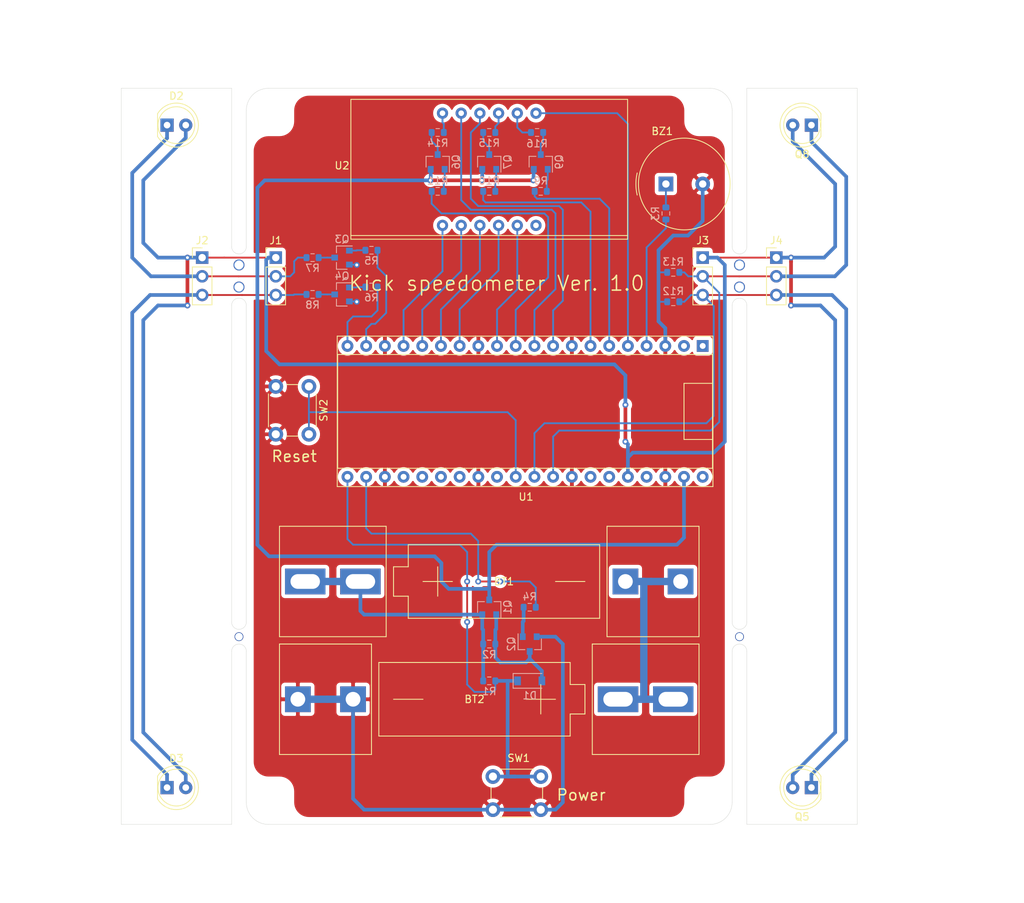
<source format=kicad_pcb>
(kicad_pcb (version 20171130) (host pcbnew "(5.1.10)-1")
  (layers (0 F.Cu signal) (31 B.Cu signal) (34 B.Paste user) (35 F.Paste user) (36 B.SilkS user) (37 F.SilkS user) (38 B.Mask user) (39 F.Mask user) (44 Edge.Cuts user))
  (net 0 "")
  (net 1 "Net-(BT1-Pad2)")
  (net 2 "Net-(BT1-Pad1)")
  (net 3 GND)
  (net 4 "Net-(BZ1-Pad1)")
  (net 5 PON_SW)
  (net 6 "Net-(D1-Pad2)")
  (net 7 +3V3)
  (net 8 "Net-(D2-Pad1)")
  (net 9 "Net-(D3-Pad1)")
  (net 10 /PT1)
  (net 11 /PT0)
  (net 12 +BATT)
  (net 13 "Net-(Q2-Pad1)")
  (net 14 "Net-(Q3-Pad3)")
  (net 15 "Net-(Q3-Pad1)")
  (net 16 "Net-(Q4-Pad1)")
  (net 17 "Net-(Q4-Pad3)")
  (net 18 "Net-(Q6-Pad3)")
  (net 19 "Net-(Q6-Pad1)")
  (net 20 "Net-(Q7-Pad1)")
  (net 21 "Net-(Q7-Pad3)")
  (net 22 "Net-(Q9-Pad1)")
  (net 23 "Net-(Q9-Pad3)")
  (net 24 "Net-(R3-Pad2)")
  (net 25 PON_SIG)
  (net 26 /LED0)
  (net 27 /LED1)
  (net 28 /DISP_ca1)
  (net 29 /DISP_ca2)
  (net 30 /DISP_ca3)
  (net 31 "Net-(SW2-Pad1)")
  (net 32 "Net-(U1-Pad40)")
  (net 33 "Net-(U1-Pad37)")
  (net 34 /DISP_dp)
  (net 35 "Net-(U1-Pad35)")
  (net 36 /DISP_g)
  (net 37 "Net-(U1-Pad34)")
  (net 38 /DISP_f)
  (net 39 /DISP_e)
  (net 40 /DISP_d)
  (net 41 /DISP_c)
  (net 42 /DISP_b)
  (net 43 /DISP_a)
  (net 44 "Net-(U1-Pad26)")
  (net 45 "Net-(U1-Pad25)")
  (net 46 "Net-(U1-Pad2)")
  (net 47 "Net-(U1-Pad1)")
  (net 48 "Net-(U1-Pad29)")
  (net 49 "Net-(U1-Pad27)")
  (net 50 "Net-(U1-Pad24)")
  (net 51 "Net-(R14-Pad2)")
  (net 52 "Net-(R15-Pad2)")
  (net 53 "Net-(R16-Pad2)")
  (module speedometer:OSL30561-IRA (layer F.Cu) (at 50 11)
    (fp_text reference U2 (at -20 -0.5) (layer F.SilkS))
    (fp_text value OSL30561-IRA)
    (pad 1 thru_hole circle (at -6.35 7.62) (size 1.524 1.524) (drill 0.762) (layers *.Cu *.Mask) (net 39 /DISP_e))
    (pad 2 thru_hole circle (at -3.81 7.62) (size 1.524 1.524) (drill 0.762) (layers *.Cu *.Mask) (net 40 /DISP_d))
    (pad 3 thru_hole circle (at -1.27 7.62) (size 1.524 1.524) (drill 0.762) (layers *.Cu *.Mask) (net 34 /DISP_dp))
    (pad 4 thru_hole circle (at 1.27 7.62) (size 1.524 1.524) (drill 0.762) (layers *.Cu *.Mask) (net 41 /DISP_c))
    (pad 5 thru_hole circle (at 3.81 7.62) (size 1.524 1.524) (drill 0.762) (layers *.Cu *.Mask) (net 36 /DISP_g))
    (pad 6 thru_hole circle (at 6.35 7.62) (size 1.524 1.524) (drill 0.762) (layers *.Cu *.Mask))
    (pad 7 thru_hole circle (at 6.35 -7.62) (size 1.524 1.524) (drill 0.762) (layers *.Cu *.Mask) (net 42 /DISP_b))
    (pad 8 thru_hole circle (at 3.81 -7.62) (size 1.524 1.524) (drill 0.762) (layers *.Cu *.Mask) (net 53 "Net-(R16-Pad2)"))
    (pad 9 thru_hole circle (at 1.27 -7.62) (size 1.524 1.524) (drill 0.762) (layers *.Cu *.Mask) (net 52 "Net-(R15-Pad2)"))
    (pad 10 thru_hole circle (at -1.27 -7.62) (size 1.524 1.524) (drill 0.762) (layers *.Cu *.Mask) (net 38 /DISP_f))
    (pad 11 thru_hole circle (at -3.81 -7.62) (size 1.524 1.524) (drill 0.762) (layers *.Cu *.Mask) (net 43 /DISP_a))
    (pad 12 thru_hole circle (at -6.35 -7.62) (size 1.524 1.524) (drill 0.762) (layers *.Cu *.Mask) (net 51 "Net-(R14-Pad2)"))
  )
  (module Resistor_SMD:R_0603_1608Metric (layer B.Cu) (at 75 25 180)
    (fp_text reference R13 (at 0 1.43) (layer B.SilkS) (effects (justify mirror)))
    (fp_text value 750k)
    (pad 2 smd roundrect (at 0.825 0 180) (size 0.8 0.95) (layers B.Cu B.Paste B.Mask) (net 3 GND))
    (pad 1 smd roundrect (at -0.825 0 180) (size 0.8 0.95) (layers B.Cu B.Paste B.Mask) (net 11 /PT0))
  )
  (module Package_TO_SOT_SMD:SOT-23 (layer B.Cu) (at 50 70.5 90)
    (fp_text reference Q1 (at 0 2.5 270) (layer B.SilkS) (effects (justify mirror)))
    (fp_text value SSM3J332R)
    (pad 3 smd rect (at 1 0 90) (size 0.9 0.8) (layers B.Cu B.Paste B.Mask) (net 12 +BATT))
    (pad 2 smd rect (at -1 -0.95 90) (size 0.9 0.8) (layers B.Cu B.Paste B.Mask) (net 2 "Net-(BT1-Pad1)"))
    (pad 1 smd rect (at -1 0.95 90) (size 0.9 0.8) (layers B.Cu B.Paste B.Mask) (net 6 "Net-(D1-Pad2)"))
  )
  (module Resistor_SMD:R_0603_1608Metric (layer B.Cu) (at 50 75.5)
    (fp_text reference R2 (at 0 1.43) (layer B.SilkS) (effects (justify mirror)))
    (fp_text value 10k)
    (pad 1 smd roundrect (at -0.825 0) (size 0.8 0.95) (layers B.Cu B.Paste B.Mask) (net 2 "Net-(BT1-Pad1)"))
    (pad 2 smd roundrect (at 0.825 0) (size 0.8 0.95) (layers B.Cu B.Paste B.Mask) (net 6 "Net-(D1-Pad2)"))
  )
  (module Resistor_SMD:R_0603_1608Metric (layer B.Cu) (at 55.5 70.5 180)
    (fp_text reference R4 (at 0 1.43) (layer B.SilkS) (effects (justify mirror)))
    (fp_text value 10k)
    (pad 2 smd roundrect (at 0.825 0 180) (size 0.8 0.95) (layers B.Cu B.Paste B.Mask) (net 13 "Net-(Q2-Pad1)"))
    (pad 1 smd roundrect (at -0.825 0 180) (size 0.8 0.95) (layers B.Cu B.Paste B.Mask) (net 25 PON_SIG))
  )
  (module Package_TO_SOT_SMD:SOT-23 (layer B.Cu) (at 55.5 75.5 270)
    (fp_text reference Q2 (at 0 2.5 270) (layer B.SilkS) (effects (justify mirror)))
    (fp_text value MMBT3904)
    (pad 1 smd rect (at -1 0.95 270) (size 0.9 0.8) (layers B.Cu B.Paste B.Mask) (net 13 "Net-(Q2-Pad1)"))
    (pad 2 smd rect (at -1 -0.95 270) (size 0.9 0.8) (layers B.Cu B.Paste B.Mask) (net 3 GND))
    (pad 3 smd rect (at 1 0 270) (size 0.9 0.8) (layers B.Cu B.Paste B.Mask) (net 6 "Net-(D1-Pad2)"))
  )
  (module Resistor_SMD:R_0603_1608Metric (layer B.Cu) (at 50 80.5)
    (fp_text reference R1 (at 0 1.43) (layer B.SilkS) (effects (justify mirror)))
    (fp_text value 10k)
    (pad 1 smd roundrect (at -0.825 0) (size 0.8 0.95) (layers B.Cu B.Paste B.Mask) (net 2 "Net-(BT1-Pad1)"))
    (pad 2 smd roundrect (at 0.825 0) (size 0.8 0.95) (layers B.Cu B.Paste B.Mask) (net 5 PON_SW))
  )
  (module Diode_SMD:D_SOD-123 (layer B.Cu) (at 55.5 80.5)
    (fp_text reference D1 (at 0 2) (layer B.SilkS) (effects (justify mirror)))
    (fp_text value D_Small)
    (pad 1 smd rect (at -1.65 0) (size 0.9 1.2) (layers B.Cu B.Paste B.Mask) (net 5 PON_SW))
    (pad 2 smd rect (at 1.65 0) (size 0.9 1.2) (layers B.Cu B.Paste B.Mask) (net 6 "Net-(D1-Pad2)"))
  )
  (module speedometer:AA-Battery (layer F.Cu) (at 51 67)
    (fp_text reference BT1 (at 1 0) (layer F.SilkS))
    (fp_text value Battery_Cell)
    (pad 2 thru_hole rect (at 17.5 0) (size 3.5 3.5) (drill 2) (layers *.Cu *.Mask) (net 1 "Net-(BT1-Pad2)"))
    (pad 1 thru_hole rect (at -26 0) (size 5.5 3.5) (drill oval 4 2) (layers *.Cu *.Mask) (net 2 "Net-(BT1-Pad1)"))
    (pad 2 thru_hole rect (at 25 0) (size 3.5 3.5) (drill 2) (layers *.Cu *.Mask) (net 1 "Net-(BT1-Pad2)"))
    (pad 1 thru_hole rect (at -18.5 0) (size 5.5 3.5) (drill oval 4 2) (layers *.Cu *.Mask) (net 2 "Net-(BT1-Pad1)"))
  )
  (module speedometer:AA-Battery (layer F.Cu) (at 49 83 180)
    (fp_text reference BT2 (at 1 0) (layer F.SilkS))
    (fp_text value Battery_Cell)
    (pad 1 thru_hole rect (at -18.5 0 180) (size 5.5 3.5) (drill oval 4 2) (layers *.Cu *.Mask) (net 1 "Net-(BT1-Pad2)"))
    (pad 2 thru_hole rect (at 25 0 180) (size 3.5 3.5) (drill 2) (layers *.Cu *.Mask) (net 3 GND))
    (pad 1 thru_hole rect (at -26 0 180) (size 5.5 3.5) (drill oval 4 2) (layers *.Cu *.Mask) (net 1 "Net-(BT1-Pad2)"))
    (pad 2 thru_hole rect (at 17.5 0 180) (size 3.5 3.5) (drill 2) (layers *.Cu *.Mask) (net 3 GND))
  )
  (module Buzzer_Beeper:Buzzer_TDK_PS1240P02BT_D12.2mm_H6.5mm (layer F.Cu) (at 74 13)
    (fp_text reference BZ1 (at -0.5 -7.17) (layer F.SilkS))
    (fp_text value Buzzer)
    (pad 1 thru_hole rect (at 0 0) (size 2 2) (drill 1) (layers *.Cu *.Mask) (net 4 "Net-(BZ1-Pad1)"))
    (pad 2 thru_hole circle (at 5 0) (size 2 2) (drill 1) (layers *.Cu *.Mask) (net 3 GND))
  )
  (module LED_THT:LED_D5.0mm_IRGrey (layer F.Cu) (at 6.23 5)
    (fp_text reference D2 (at 1.27 -3.96) (layer F.SilkS))
    (fp_text value LED)
    (pad 2 thru_hole circle (at 2.54 0) (size 1.8 1.8) (drill 0.9) (layers *.Cu *.Mask) (net 7 +3V3))
    (pad 1 thru_hole rect (at 0 0) (size 1.8 1.8) (drill 0.9) (layers *.Cu *.Mask) (net 8 "Net-(D2-Pad1)"))
  )
  (module LED_THT:LED_D5.0mm_IRGrey (layer F.Cu) (at 6.23 95)
    (fp_text reference D3 (at 1.27 -3.96) (layer F.SilkS))
    (fp_text value LED)
    (pad 1 thru_hole rect (at 0 0) (size 1.8 1.8) (drill 0.9) (layers *.Cu *.Mask) (net 9 "Net-(D3-Pad1)"))
    (pad 2 thru_hole circle (at 2.54 0) (size 1.8 1.8) (drill 0.9) (layers *.Cu *.Mask) (net 7 +3V3))
  )
  (module Connector_PinHeader_2.54mm:PinHeader_1x03_P2.54mm_Vertical (layer F.Cu) (at 21 23)
    (fp_text reference J1 (at 0 -2.33) (layer F.SilkS))
    (fp_text value Conn_01x03)
    (pad 1 thru_hole rect (at 0 0) (size 1.7 1.7) (drill 1) (layers *.Cu *.Mask) (net 7 +3V3))
    (pad 2 thru_hole oval (at 0 2.54) (size 1.7 1.7) (drill 1) (layers *.Cu *.Mask) (net 8 "Net-(D2-Pad1)"))
    (pad 3 thru_hole oval (at 0 5.08) (size 1.7 1.7) (drill 1) (layers *.Cu *.Mask) (net 9 "Net-(D3-Pad1)"))
  )
  (module Connector_PinHeader_2.54mm:PinHeader_1x03_P2.54mm_Vertical (layer F.Cu) (at 11 23)
    (fp_text reference J2 (at 0 -2.33) (layer F.SilkS))
    (fp_text value Conn_01x03)
    (pad 3 thru_hole oval (at 0 5.08) (size 1.7 1.7) (drill 1) (layers *.Cu *.Mask) (net 9 "Net-(D3-Pad1)"))
    (pad 2 thru_hole oval (at 0 2.54) (size 1.7 1.7) (drill 1) (layers *.Cu *.Mask) (net 8 "Net-(D2-Pad1)"))
    (pad 1 thru_hole rect (at 0 0) (size 1.7 1.7) (drill 1) (layers *.Cu *.Mask) (net 7 +3V3))
  )
  (module Connector_PinHeader_2.54mm:PinHeader_1x03_P2.54mm_Vertical (layer F.Cu) (at 79 23)
    (fp_text reference J3 (at 0 -2.33) (layer F.SilkS))
    (fp_text value Conn_01x03)
    (pad 3 thru_hole oval (at 0 5.08) (size 1.7 1.7) (drill 1) (layers *.Cu *.Mask) (net 10 /PT1))
    (pad 2 thru_hole oval (at 0 2.54) (size 1.7 1.7) (drill 1) (layers *.Cu *.Mask) (net 11 /PT0))
    (pad 1 thru_hole rect (at 0 0) (size 1.7 1.7) (drill 1) (layers *.Cu *.Mask) (net 7 +3V3))
  )
  (module Connector_PinHeader_2.54mm:PinHeader_1x03_P2.54mm_Vertical (layer F.Cu) (at 89 23)
    (fp_text reference J4 (at 0 -2.33) (layer F.SilkS))
    (fp_text value Conn_01x03)
    (pad 1 thru_hole rect (at 0 0) (size 1.7 1.7) (drill 1) (layers *.Cu *.Mask) (net 7 +3V3))
    (pad 2 thru_hole oval (at 0 2.54) (size 1.7 1.7) (drill 1) (layers *.Cu *.Mask) (net 11 /PT0))
    (pad 3 thru_hole oval (at 0 5.08) (size 1.7 1.7) (drill 1) (layers *.Cu *.Mask) (net 10 /PT1))
  )
  (module Package_TO_SOT_SMD:SOT-23 (layer B.Cu) (at 30 23 180)
    (fp_text reference Q3 (at 0 2.5) (layer B.SilkS) (effects (justify mirror)))
    (fp_text value MMBT3904)
    (pad 3 smd rect (at 1 0 180) (size 0.9 0.8) (layers B.Cu B.Paste B.Mask) (net 14 "Net-(Q3-Pad3)"))
    (pad 2 smd rect (at -1 -0.95 180) (size 0.9 0.8) (layers B.Cu B.Paste B.Mask) (net 3 GND))
    (pad 1 smd rect (at -1 0.95 180) (size 0.9 0.8) (layers B.Cu B.Paste B.Mask) (net 15 "Net-(Q3-Pad1)"))
  )
  (module Package_TO_SOT_SMD:SOT-23 (layer B.Cu) (at 30 28 180)
    (fp_text reference Q4 (at 0 2.5) (layer B.SilkS) (effects (justify mirror)))
    (fp_text value MMBT3904)
    (pad 1 smd rect (at -1 0.95 180) (size 0.9 0.8) (layers B.Cu B.Paste B.Mask) (net 16 "Net-(Q4-Pad1)"))
    (pad 2 smd rect (at -1 -0.95 180) (size 0.9 0.8) (layers B.Cu B.Paste B.Mask) (net 3 GND))
    (pad 3 smd rect (at 1 0 180) (size 0.9 0.8) (layers B.Cu B.Paste B.Mask) (net 17 "Net-(Q4-Pad3)"))
  )
  (module LED_THT:LED_D5.0mm_IRBlack (layer F.Cu) (at 93.77 95 180)
    (fp_text reference Q5 (at 1.27 -3.96) (layer F.SilkS))
    (fp_text value L-51ROPT1D1)
    (pad 2 thru_hole circle (at 2.54 0 180) (size 1.8 1.8) (drill 0.9) (layers *.Cu *.Mask) (net 7 +3V3))
    (pad 1 thru_hole rect (at 0 0 180) (size 1.8 1.8) (drill 0.9) (layers *.Cu *.Mask) (net 10 /PT1))
  )
  (module Package_TO_SOT_SMD:SOT-23 (layer B.Cu) (at 43 10 90)
    (fp_text reference Q6 (at 0 2.5 90) (layer B.SilkS) (effects (justify mirror)))
    (fp_text value TMBT3906)
    (pad 3 smd rect (at 1 0 90) (size 0.9 0.8) (layers B.Cu B.Paste B.Mask) (net 18 "Net-(Q6-Pad3)"))
    (pad 2 smd rect (at -1 -0.95 90) (size 0.9 0.8) (layers B.Cu B.Paste B.Mask) (net 12 +BATT))
    (pad 1 smd rect (at -1 0.95 90) (size 0.9 0.8) (layers B.Cu B.Paste B.Mask) (net 19 "Net-(Q6-Pad1)"))
  )
  (module Package_TO_SOT_SMD:SOT-23 (layer B.Cu) (at 50 10 90)
    (fp_text reference Q7 (at 0 2.5 90) (layer B.SilkS) (effects (justify mirror)))
    (fp_text value TMBT3906)
    (pad 1 smd rect (at -1 0.95 90) (size 0.9 0.8) (layers B.Cu B.Paste B.Mask) (net 20 "Net-(Q7-Pad1)"))
    (pad 2 smd rect (at -1 -0.95 90) (size 0.9 0.8) (layers B.Cu B.Paste B.Mask) (net 12 +BATT))
    (pad 3 smd rect (at 1 0 90) (size 0.9 0.8) (layers B.Cu B.Paste B.Mask) (net 21 "Net-(Q7-Pad3)"))
  )
  (module LED_THT:LED_D5.0mm_IRBlack (layer F.Cu) (at 93.77 5 180)
    (fp_text reference Q8 (at 1.27 -3.96) (layer F.SilkS))
    (fp_text value L-51ROPT1D1)
    (pad 1 thru_hole rect (at 0 0 180) (size 1.8 1.8) (drill 0.9) (layers *.Cu *.Mask) (net 11 /PT0))
    (pad 2 thru_hole circle (at 2.54 0 180) (size 1.8 1.8) (drill 0.9) (layers *.Cu *.Mask) (net 7 +3V3))
  )
  (module Package_TO_SOT_SMD:SOT-23 (layer B.Cu) (at 57 10 90)
    (fp_text reference Q9 (at 0 2.5 90) (layer B.SilkS) (effects (justify mirror)))
    (fp_text value TMBT3906)
    (pad 1 smd rect (at -1 0.95 90) (size 0.9 0.8) (layers B.Cu B.Paste B.Mask) (net 22 "Net-(Q9-Pad1)"))
    (pad 2 smd rect (at -1 -0.95 90) (size 0.9 0.8) (layers B.Cu B.Paste B.Mask) (net 12 +BATT))
    (pad 3 smd rect (at 1 0 90) (size 0.9 0.8) (layers B.Cu B.Paste B.Mask) (net 23 "Net-(Q9-Pad3)"))
  )
  (module Resistor_SMD:R_0603_1608Metric (layer B.Cu) (at 74 17 270)
    (fp_text reference R3 (at 0 1.43 90) (layer B.SilkS) (effects (justify mirror)))
    (fp_text value 470R)
    (pad 1 smd roundrect (at -0.825 0 270) (size 0.8 0.95) (layers B.Cu B.Paste B.Mask) (net 4 "Net-(BZ1-Pad1)"))
    (pad 2 smd roundrect (at 0.825 0 270) (size 0.8 0.95) (layers B.Cu B.Paste B.Mask) (net 24 "Net-(R3-Pad2)"))
  )
  (module Resistor_SMD:R_0603_1608Metric (layer B.Cu) (at 34 22)
    (fp_text reference R5 (at 0 1.43) (layer B.SilkS) (effects (justify mirror)))
    (fp_text value 10k)
    (pad 1 smd roundrect (at -0.825 0) (size 0.8 0.95) (layers B.Cu B.Paste B.Mask) (net 15 "Net-(Q3-Pad1)"))
    (pad 2 smd roundrect (at 0.825 0) (size 0.8 0.95) (layers B.Cu B.Paste B.Mask) (net 26 /LED0))
  )
  (module Resistor_SMD:R_0603_1608Metric (layer B.Cu) (at 34 27)
    (fp_text reference R6 (at 0 1.43) (layer B.SilkS) (effects (justify mirror)))
    (fp_text value 10k)
    (pad 2 smd roundrect (at 0.825 0) (size 0.8 0.95) (layers B.Cu B.Paste B.Mask) (net 27 /LED1))
    (pad 1 smd roundrect (at -0.825 0) (size 0.8 0.95) (layers B.Cu B.Paste B.Mask) (net 16 "Net-(Q4-Pad1)"))
  )
  (module Resistor_SMD:R_0603_1608Metric (layer B.Cu) (at 26 23)
    (fp_text reference R7 (at 0 1.43) (layer B.SilkS) (effects (justify mirror)))
    (fp_text value 470R)
    (pad 1 smd roundrect (at -0.825 0) (size 0.8 0.95) (layers B.Cu B.Paste B.Mask) (net 8 "Net-(D2-Pad1)"))
    (pad 2 smd roundrect (at 0.825 0) (size 0.8 0.95) (layers B.Cu B.Paste B.Mask) (net 14 "Net-(Q3-Pad3)"))
  )
  (module Resistor_SMD:R_0603_1608Metric (layer B.Cu) (at 26 28)
    (fp_text reference R8 (at 0 1.43) (layer B.SilkS) (effects (justify mirror)))
    (fp_text value 470R)
    (pad 2 smd roundrect (at 0.825 0) (size 0.8 0.95) (layers B.Cu B.Paste B.Mask) (net 17 "Net-(Q4-Pad3)"))
    (pad 1 smd roundrect (at -0.825 0) (size 0.8 0.95) (layers B.Cu B.Paste B.Mask) (net 9 "Net-(D3-Pad1)"))
  )
  (module Resistor_SMD:R_0603_1608Metric (layer B.Cu) (at 57 14 180)
    (fp_text reference R9 (at 0 1.43) (layer B.SilkS) (effects (justify mirror)))
    (fp_text value 10k)
    (pad 2 smd roundrect (at 0.825 0 180) (size 0.8 0.95) (layers B.Cu B.Paste B.Mask) (net 28 /DISP_ca1))
    (pad 1 smd roundrect (at -0.825 0 180) (size 0.8 0.95) (layers B.Cu B.Paste B.Mask) (net 22 "Net-(Q9-Pad1)"))
  )
  (module Resistor_SMD:R_0603_1608Metric (layer B.Cu) (at 50 14 180)
    (fp_text reference R10 (at 0 1.43) (layer B.SilkS) (effects (justify mirror)))
    (fp_text value 10k)
    (pad 1 smd roundrect (at -0.825 0 180) (size 0.8 0.95) (layers B.Cu B.Paste B.Mask) (net 20 "Net-(Q7-Pad1)"))
    (pad 2 smd roundrect (at 0.825 0 180) (size 0.8 0.95) (layers B.Cu B.Paste B.Mask) (net 29 /DISP_ca2))
  )
  (module Resistor_SMD:R_0603_1608Metric (layer B.Cu) (at 43 14 180)
    (fp_text reference R11 (at 0 1.43) (layer B.SilkS) (effects (justify mirror)))
    (fp_text value 10k)
    (pad 2 smd roundrect (at 0.825 0 180) (size 0.8 0.95) (layers B.Cu B.Paste B.Mask) (net 30 /DISP_ca3))
    (pad 1 smd roundrect (at -0.825 0 180) (size 0.8 0.95) (layers B.Cu B.Paste B.Mask) (net 19 "Net-(Q6-Pad1)"))
  )
  (module Resistor_SMD:R_0603_1608Metric (layer B.Cu) (at 75 29 180)
    (fp_text reference R12 (at 0 1.43 180) (layer B.SilkS) (effects (justify mirror)))
    (fp_text value 750k)
    (pad 1 smd roundrect (at -0.825 0 180) (size 0.8 0.95) (layers B.Cu B.Paste B.Mask) (net 10 /PT1))
    (pad 2 smd roundrect (at 0.825 0 180) (size 0.8 0.95) (layers B.Cu B.Paste B.Mask) (net 3 GND))
  )
  (module Button_Switch_THT:SW_PUSH_6mm_H7.3mm (layer F.Cu) (at 57 98 180)
    (fp_text reference SW1 (at 3 7) (layer F.SilkS))
    (fp_text value SW_Push)
    (pad 1 thru_hole circle (at 6.5 0 270) (size 2 2) (drill 1.1) (layers *.Cu *.Mask) (net 3 GND))
    (pad 2 thru_hole circle (at 6.5 4.5 270) (size 2 2) (drill 1.1) (layers *.Cu *.Mask) (net 5 PON_SW))
    (pad 1 thru_hole circle (at 0 0 270) (size 2 2) (drill 1.1) (layers *.Cu *.Mask) (net 3 GND))
    (pad 2 thru_hole circle (at 0 4.5 270) (size 2 2) (drill 1.1) (layers *.Cu *.Mask) (net 5 PON_SW))
  )
  (module Button_Switch_THT:SW_PUSH_6mm_H7.3mm (layer F.Cu) (at 25.5 40.5 270)
    (fp_text reference SW2 (at 3.25 -2 90) (layer F.SilkS))
    (fp_text value RESET_SW)
    (pad 2 thru_hole circle (at 0 4.5) (size 2 2) (drill 1.1) (layers *.Cu *.Mask) (net 3 GND))
    (pad 1 thru_hole circle (at 0 0) (size 2 2) (drill 1.1) (layers *.Cu *.Mask) (net 31 "Net-(SW2-Pad1)"))
    (pad 2 thru_hole circle (at 6.5 4.5) (size 2 2) (drill 1.1) (layers *.Cu *.Mask) (net 3 GND))
    (pad 1 thru_hole circle (at 6.5 0) (size 2 2) (drill 1.1) (layers *.Cu *.Mask) (net 31 "Net-(SW2-Pad1)"))
  )
  (module speedometer:RaspberryPi-Pico (layer F.Cu) (at 79 35 270)
    (fp_text reference U1 (at 20.5 24 180) (layer F.SilkS))
    (fp_text value RaspberryPi-Pico)
    (pad 40 thru_hole oval (at 17.78 0 270) (size 1.6 1.6) (drill 0.8) (layers *.Cu *.Mask) (net 32 "Net-(U1-Pad40)"))
    (pad 20 thru_hole oval (at 0 48.26 270) (size 1.6 1.6) (drill 0.8) (layers *.Cu *.Mask) (net 27 /LED1))
    (pad 39 thru_hole oval (at 17.78 2.54 270) (size 1.6 1.6) (drill 0.8) (layers *.Cu *.Mask) (net 12 +BATT))
    (pad 19 thru_hole oval (at 0 45.72 270) (size 1.6 1.6) (drill 0.8) (layers *.Cu *.Mask) (net 26 /LED0))
    (pad 38 thru_hole oval (at 17.78 5.08 270) (size 1.6 1.6) (drill 0.8) (layers *.Cu *.Mask) (net 3 GND))
    (pad 18 thru_hole oval (at 0 43.18 270) (size 1.6 1.6) (drill 0.8) (layers *.Cu *.Mask) (net 3 GND))
    (pad 37 thru_hole oval (at 17.78 7.62 270) (size 1.6 1.6) (drill 0.8) (layers *.Cu *.Mask) (net 33 "Net-(U1-Pad37)"))
    (pad 17 thru_hole oval (at 0 40.64 270) (size 1.6 1.6) (drill 0.8) (layers *.Cu *.Mask) (net 39 /DISP_e))
    (pad 36 thru_hole oval (at 17.78 10.16 270) (size 1.6 1.6) (drill 0.8) (layers *.Cu *.Mask) (net 7 +3V3))
    (pad 16 thru_hole oval (at 0 38.1 270) (size 1.6 1.6) (drill 0.8) (layers *.Cu *.Mask) (net 40 /DISP_d))
    (pad 35 thru_hole oval (at 17.78 12.7 270) (size 1.6 1.6) (drill 0.8) (layers *.Cu *.Mask) (net 35 "Net-(U1-Pad35)"))
    (pad 15 thru_hole oval (at 0 35.56 270) (size 1.6 1.6) (drill 0.8) (layers *.Cu *.Mask) (net 34 /DISP_dp))
    (pad 34 thru_hole oval (at 17.78 15.24 270) (size 1.6 1.6) (drill 0.8) (layers *.Cu *.Mask) (net 37 "Net-(U1-Pad34)"))
    (pad 14 thru_hole oval (at 0 33.02 270) (size 1.6 1.6) (drill 0.8) (layers *.Cu *.Mask) (net 41 /DISP_c))
    (pad 33 thru_hole oval (at 17.78 17.78 270) (size 1.6 1.6) (drill 0.8) (layers *.Cu *.Mask) (net 3 GND))
    (pad 13 thru_hole oval (at 0 30.48 270) (size 1.6 1.6) (drill 0.8) (layers *.Cu *.Mask) (net 3 GND))
    (pad 32 thru_hole oval (at 17.78 20.32 270) (size 1.6 1.6) (drill 0.8) (layers *.Cu *.Mask) (net 11 /PT0))
    (pad 12 thru_hole oval (at 0 27.94 270) (size 1.6 1.6) (drill 0.8) (layers *.Cu *.Mask) (net 36 /DISP_g))
    (pad 31 thru_hole oval (at 17.78 22.86 270) (size 1.6 1.6) (drill 0.8) (layers *.Cu *.Mask) (net 10 /PT1))
    (pad 11 thru_hole oval (at 0 25.4 270) (size 1.6 1.6) (drill 0.8) (layers *.Cu *.Mask) (net 30 /DISP_ca3))
    (pad 30 thru_hole oval (at 17.78 25.4 270) (size 1.6 1.6) (drill 0.8) (layers *.Cu *.Mask) (net 31 "Net-(SW2-Pad1)"))
    (pad 10 thru_hole oval (at 0 22.86 270) (size 1.6 1.6) (drill 0.8) (layers *.Cu *.Mask) (net 43 /DISP_a))
    (pad 29 thru_hole oval (at 17.78 27.94 270) (size 1.6 1.6) (drill 0.8) (layers *.Cu *.Mask) (net 48 "Net-(U1-Pad29)"))
    (pad 9 thru_hole oval (at 0 20.32 270) (size 1.6 1.6) (drill 0.8) (layers *.Cu *.Mask) (net 38 /DISP_f))
    (pad 28 thru_hole oval (at 17.78 30.48 270) (size 1.6 1.6) (drill 0.8) (layers *.Cu *.Mask) (net 3 GND))
    (pad 8 thru_hole oval (at 0 17.78 270) (size 1.6 1.6) (drill 0.8) (layers *.Cu *.Mask) (net 3 GND))
    (pad 27 thru_hole oval (at 17.78 33.02 270) (size 1.6 1.6) (drill 0.8) (layers *.Cu *.Mask) (net 49 "Net-(U1-Pad27)"))
    (pad 7 thru_hole oval (at 0 15.24 270) (size 1.6 1.6) (drill 0.8) (layers *.Cu *.Mask) (net 29 /DISP_ca2))
    (pad 26 thru_hole oval (at 17.78 35.56 270) (size 1.6 1.6) (drill 0.8) (layers *.Cu *.Mask) (net 44 "Net-(U1-Pad26)"))
    (pad 6 thru_hole oval (at 0 12.7 270) (size 1.6 1.6) (drill 0.8) (layers *.Cu *.Mask) (net 28 /DISP_ca1))
    (pad 25 thru_hole oval (at 17.78 38.1 270) (size 1.6 1.6) (drill 0.8) (layers *.Cu *.Mask) (net 45 "Net-(U1-Pad25)"))
    (pad 5 thru_hole oval (at 0 10.16 270) (size 1.6 1.6) (drill 0.8) (layers *.Cu *.Mask) (net 42 /DISP_b))
    (pad 24 thru_hole oval (at 17.78 40.64 270) (size 1.6 1.6) (drill 0.8) (layers *.Cu *.Mask) (net 50 "Net-(U1-Pad24)"))
    (pad 4 thru_hole oval (at 0 7.62 270) (size 1.6 1.6) (drill 0.8) (layers *.Cu *.Mask) (net 24 "Net-(R3-Pad2)"))
    (pad 23 thru_hole oval (at 17.78 43.18 270) (size 1.6 1.6) (drill 0.8) (layers *.Cu *.Mask) (net 3 GND))
    (pad 3 thru_hole oval (at 0 5.08 270) (size 1.6 1.6) (drill 0.8) (layers *.Cu *.Mask) (net 3 GND))
    (pad 22 thru_hole oval (at 17.78 45.72 270) (size 1.6 1.6) (drill 0.8) (layers *.Cu *.Mask) (net 25 PON_SIG))
    (pad 2 thru_hole oval (at 0 2.54 270) (size 1.6 1.6) (drill 0.8) (layers *.Cu *.Mask) (net 46 "Net-(U1-Pad2)"))
    (pad 21 thru_hole oval (at 17.78 48.26 270) (size 1.6 1.6) (drill 0.8) (layers *.Cu *.Mask) (net 5 PON_SW))
    (pad 1 thru_hole rect (at 0 0 270) (size 1.6 1.6) (drill 0.8) (layers *.Cu *.Mask) (net 47 "Net-(U1-Pad1)"))
  )
  (module myLib:MountingHole_3.2mm_M3_noResist (layer F.Cu) (at 20 3)
    (fp_text reference H1 hide)
    (fp_text value MountingHole)
    (pad "" np_thru_hole circle (at 0 0) (size 3.2 3.2) (drill 3.2) (layers *.Cu *.Mask))
  )
  (module myLib:MountingHole_3.2mm_M3_noResist (layer F.Cu) (at 20 97)
    (fp_text reference H2 hide)
    (fp_text value MountingHole)
    (pad "" np_thru_hole circle (at 0 0) (size 3.2 3.2) (drill 3.2) (layers *.Cu *.Mask))
  )
  (module myLib:MountingHole_3.2mm_M3_noResist (layer F.Cu) (at 80 3)
    (fp_text reference H3 hide)
    (fp_text value MountingHole)
    (pad "" np_thru_hole circle (at 0 0) (size 3.2 3.2) (drill 3.2) (layers *.Cu *.Mask))
  )
  (module myLib:MountingHole_3.2mm_M3_noResist (layer F.Cu) (at 80 97)
    (fp_text reference H4 hide)
    (fp_text value MountingHole)
    (pad "" np_thru_hole circle (at 0 0) (size 3.2 3.2) (drill 3.2) (layers *.Cu *.Mask))
  )
  (module Resistor_SMD:R_0603_1608Metric (layer B.Cu) (at 43 6)
    (fp_text reference R14 (at 0 1.43 180) (layer B.SilkS) (effects (justify mirror)))
    (fp_text value 470R)
    (pad 1 smd roundrect (at -0.825 0) (size 0.8 0.95) (layers B.Cu B.Paste B.Mask) (net 18 "Net-(Q6-Pad3)"))
    (pad 2 smd roundrect (at 0.825 0) (size 0.8 0.95) (layers B.Cu B.Paste B.Mask) (net 51 "Net-(R14-Pad2)"))
  )
  (module Resistor_SMD:R_0603_1608Metric (layer B.Cu) (at 50 6)
    (fp_text reference R15 (at 0 1.43) (layer B.SilkS) (effects (justify mirror)))
    (fp_text value 470R)
    (pad 2 smd roundrect (at 0.825 0) (size 0.8 0.95) (layers B.Cu B.Paste B.Mask) (net 52 "Net-(R15-Pad2)"))
    (pad 1 smd roundrect (at -0.825 0) (size 0.8 0.95) (layers B.Cu B.Paste B.Mask) (net 21 "Net-(Q7-Pad3)"))
  )
  (module Resistor_SMD:R_0603_1608Metric (layer B.Cu) (at 56.5 6 180)
    (fp_text reference R16 (at 0 -1.5) (layer B.SilkS) (effects (justify mirror)))
    (fp_text value 470R)
    (pad 1 smd roundrect (at -0.825 0 180) (size 0.8 0.95) (layers B.Cu B.Paste B.Mask) (net 23 "Net-(Q9-Pad3)"))
    (pad 2 smd roundrect (at 0.825 0 180) (size 0.8 0.95) (layers B.Cu B.Paste B.Mask) (net 53 "Net-(R16-Pad2)"))
  )
  (module myLib:MountingHole_3.2mm_M3_noResist (layer F.Cu) (at 7.5 15)
    (fp_text reference H5 hide)
    (fp_text value MountingHole)
    (pad "" np_thru_hole circle (at 0 0) (size 3.2 3.2) (drill 3.2) (layers *.Cu *.Mask))
  )
  (module myLib:MountingHole_3.2mm_M3_noResist (layer F.Cu) (at 7.5 85)
    (fp_text reference H6 hide)
    (fp_text value MountingHole)
    (pad "" np_thru_hole circle (at 0 0) (size 3.2 3.2) (drill 3.2) (layers *.Cu *.Mask))
  )
  (module myLib:MountingHole_3.2mm_M3_noResist (layer F.Cu) (at 92.5 15)
    (fp_text reference H7 hide)
    (fp_text value MountingHole)
    (pad "" np_thru_hole circle (at 0 0) (size 3.2 3.2) (drill 3.2) (layers *.Cu *.Mask))
  )
  (module myLib:MountingHole_3.2mm_M3_noResist (layer F.Cu) (at 92.5 85)
    (fp_text reference H8 hide)
    (fp_text value MountingHole)
    (pad "" np_thru_hole circle (at 0 0) (size 3.2 3.2) (drill 3.2) (layers *.Cu *.Mask))
  )
  (gr_text "Reset\n" (at 23.5 50) (layer F.SilkS) (effects (font (size 1.5 1.5) (thickness 0.2))))
  (gr_text Power (at 62.5 96) (layer F.SilkS) (effects (font (size 1.5 1.5) (thickness 0.2))))
  (gr_text "Kick speedometer Ver. 1.0" (at 51 26.5) (layer F.SilkS) (effects (font (size 2 2) (thickness 0.2))))
  (gr_line (start 83 29.5) (end 83 72.5) (layer Edge.Cuts) (width 0.05))
  (gr_line (start 85 72.5) (end 85 29.5) (layer Edge.Cuts) (width 0.05))
  (gr_arc (start 84 72.5) (end 83 72.5) (angle -180) (layer Edge.Cuts) (width 0.05))
  (gr_arc (start 84 21.5) (end 83 21.5) (angle -180) (layer Edge.Cuts) (width 0.05))
  (gr_arc (start 84 76.5) (end 85 76.5) (angle -180) (layer Edge.Cuts) (width 0.05))
  (gr_arc (start 84 29.5) (end 85 29.5) (angle -180) (layer Edge.Cuts) (width 0.05))
  (gr_arc (start 16 76.5) (end 17 76.5) (angle -180) (layer Edge.Cuts) (width 0.05))
  (gr_arc (start 16 72.5) (end 15 72.5) (angle -180) (layer Edge.Cuts) (width 0.05))
  (gr_arc (start 16 29.5) (end 17 29.5) (angle -180) (layer Edge.Cuts) (width 0.05))
  (gr_line (start 17 72.5) (end 17 29.5) (layer Edge.Cuts) (width 0.05))
  (gr_line (start 15 29.5) (end 15 72.5) (layer Edge.Cuts) (width 0.05))
  (gr_arc (start 16 21.5) (end 15 21.5) (angle -180) (layer Edge.Cuts) (width 0.05))
  (gr_line (start 83 3) (end 83 21.5) (layer Edge.Cuts) (width 0.05))
  (gr_arc (start 80 3) (end 83 3) (angle -90) (layer Edge.Cuts) (width 0.05))
  (gr_arc (start 80 97) (end 80 100) (angle -90) (layer Edge.Cuts) (width 0.05))
  (gr_arc (start 20 97) (end 17 97) (angle -90) (layer Edge.Cuts) (width 0.05))
  (gr_arc (start 20 3) (end 20 0) (angle -90) (layer Edge.Cuts) (width 0.05))
  (gr_line (start 100 0) (end 85 0) (layer Edge.Cuts) (width 0.05))
  (gr_line (start 0 100) (end 15 100) (layer Edge.Cuts) (width 0.05))
  (gr_line (start 85 100) (end 100 100) (layer Edge.Cuts) (width 0.05))
  (gr_line (start 85 76.5) (end 85 100) (layer Edge.Cuts) (width 0.05))
  (gr_line (start 83 76.5) (end 83 97) (layer Edge.Cuts) (width 0.05))
  (gr_line (start 17 76.5) (end 17 97) (layer Edge.Cuts) (width 0.05))
  (gr_line (start 15 76.5) (end 15 100) (layer Edge.Cuts) (width 0.05))
  (gr_line (start 85 0) (end 85 21.5) (layer Edge.Cuts) (width 0.05))
  (gr_line (start 17 3) (end 17 21.5) (layer Edge.Cuts) (width 0.05))
  (gr_line (start 15 0) (end 15 21.5) (layer Edge.Cuts) (width 0.05))
  (gr_line (start 0 0) (end 15 0) (layer Edge.Cuts) (width 0.05))
  (gr_line (start 80 0) (end 20 0) (layer Edge.Cuts) (width 0.05))
  (gr_line (start 100 100) (end 100 0) (layer Edge.Cuts) (width 0.05))
  (gr_line (start 20 100) (end 80 100) (layer Edge.Cuts) (width 0.05))
  (gr_line (start 0 0) (end 0 100) (layer Edge.Cuts) (width 0.05))
  (via (at 16 24) (size 1.5) (drill 1.2) (layers F.Cu B.Cu) (net 0))
  (via (at 16 27) (size 1.5) (drill 1.2) (layers F.Cu B.Cu) (net 0))
  (via (at 16 74.5) (size 1.2) (drill 1) (layers F.Cu B.Cu) (net 0))
  (via (at 84 27) (size 1.5) (drill 1.2) (layers F.Cu B.Cu) (net 0))
  (via (at 84 24) (size 1.5) (drill 1.2) (layers F.Cu B.Cu) (net 0))
  (via (at 84 74.5) (size 1.2) (drill 1) (layers F.Cu B.Cu) (net 0))
  (segment (start 75.5 83) (end 75 83) (width 1) (layer B.Cu) (net 1))
  (segment (start 75.5 67) (end 76.5 67) (width 1) (layer B.Cu) (net 1))
  (segment (start 76 67) (end 72 67) (width 1) (layer B.Cu) (net 1))
  (segment (start 67.5 83) (end 71 83) (width 1) (layer B.Cu) (net 1))
  (segment (start 75 83) (end 71 83) (width 1) (layer B.Cu) (net 1))
  (segment (start 71 67) (end 71 83) (width 1) (layer B.Cu) (net 1))
  (segment (start 68.5 67) (end 71 67) (width 1) (layer B.Cu) (net 1))
  (segment (start 71 67) (end 72 67) (width 1) (layer B.Cu) (net 1))
  (segment (start 49.175 80.5) (end 49.175 78.175) (width 0.5) (layer B.Cu) (net 2))
  (segment (start 49.175 75.5) (end 49.175 78.175) (width 0.5) (layer B.Cu) (net 2))
  (segment (start 49.05 71.5) (end 49.05 73.45) (width 0.5) (layer B.Cu) (net 2))
  (segment (start 49.175 73.575) (end 49.05 73.45) (width 0.5) (layer B.Cu) (net 2))
  (segment (start 49.175 75.5) (end 49.175 73.575) (width 0.5) (layer B.Cu) (net 2))
  (segment (start 25 67) (end 29 67) (width 1) (layer B.Cu) (net 2))
  (segment (start 32.5 67) (end 29 67) (width 1) (layer B.Cu) (net 2))
  (segment (start 32.5 71) (end 32.5 67) (width 0.5) (layer B.Cu) (net 2))
  (segment (start 33 71.5) (end 32.5 71) (width 0.5) (layer B.Cu) (net 2))
  (segment (start 49.05 71.5) (end 33 71.5) (width 0.5) (layer B.Cu) (net 2))
  (segment (start 24 83) (end 28 83) (width 1) (layer B.Cu) (net 3))
  (segment (start 57 98) (end 54 98) (width 0.5) (layer B.Cu) (net 3))
  (segment (start 50.5 98) (end 54 98) (width 0.5) (layer B.Cu) (net 3))
  (segment (start 59 98) (end 57 98) (width 0.5) (layer B.Cu) (net 3))
  (segment (start 60 97) (end 59 98) (width 0.5) (layer B.Cu) (net 3))
  (segment (start 60 75.5) (end 60 97) (width 0.5) (layer B.Cu) (net 3))
  (segment (start 59 74.5) (end 60 75.5) (width 0.5) (layer B.Cu) (net 3))
  (segment (start 56.45 74.5) (end 59 74.5) (width 0.5) (layer B.Cu) (net 3))
  (segment (start 73 58) (end 73.92 57.08) (width 0.5) (layer F.Cu) (net 3))
  (segment (start 19 60.5) (end 21.5 58) (width 0.5) (layer F.Cu) (net 3))
  (segment (start 73.92 57.08) (end 73.92 52.78) (width 0.5) (layer F.Cu) (net 3))
  (segment (start 19 60.5) (end 19 47.5) (width 0.5) (layer F.Cu) (net 3))
  (segment (start 19.5 47) (end 19 47.5) (width 0.5) (layer F.Cu) (net 3))
  (segment (start 21 47) (end 19.5 47) (width 0.5) (layer F.Cu) (net 3))
  (segment (start 19 47.5) (end 19 41) (width 0.5) (layer F.Cu) (net 3))
  (segment (start 19.5 40.5) (end 19 41) (width 0.5) (layer F.Cu) (net 3))
  (segment (start 21 40.5) (end 19.5 40.5) (width 0.5) (layer F.Cu) (net 3))
  (segment (start 61.22 57.78) (end 61 58) (width 0.5) (layer F.Cu) (net 3))
  (segment (start 61.22 52.78) (end 61.22 57.78) (width 0.5) (layer F.Cu) (net 3))
  (segment (start 61 58) (end 73 58) (width 0.5) (layer F.Cu) (net 3))
  (segment (start 48.52 57.98) (end 48.5 58) (width 0.5) (layer F.Cu) (net 3))
  (segment (start 48.52 52.78) (end 48.52 57.98) (width 0.5) (layer F.Cu) (net 3))
  (segment (start 48.5 58) (end 61 58) (width 0.5) (layer F.Cu) (net 3))
  (segment (start 35.82 57.68) (end 35.5 58) (width 0.5) (layer F.Cu) (net 3))
  (segment (start 35.82 52.78) (end 35.82 57.68) (width 0.5) (layer F.Cu) (net 3))
  (segment (start 35.5 58) (end 48.5 58) (width 0.5) (layer F.Cu) (net 3))
  (segment (start 21.5 58) (end 35.5 58) (width 0.5) (layer F.Cu) (net 3))
  (segment (start 73.92 35) (end 73.92 37.08) (width 0.5) (layer F.Cu) (net 3))
  (segment (start 73.92 37.08) (end 73.5 37.5) (width 0.5) (layer F.Cu) (net 3))
  (segment (start 19 38) (end 19.5 37.5) (width 0.5) (layer F.Cu) (net 3))
  (segment (start 19 41) (end 19 38) (width 0.5) (layer F.Cu) (net 3))
  (segment (start 61.22 37.28) (end 61 37.5) (width 0.5) (layer F.Cu) (net 3))
  (segment (start 61.22 35) (end 61.22 37.28) (width 0.5) (layer F.Cu) (net 3))
  (segment (start 73.5 37.5) (end 61 37.5) (width 0.5) (layer F.Cu) (net 3))
  (segment (start 48.52 37.48) (end 48.5 37.5) (width 0.5) (layer F.Cu) (net 3))
  (segment (start 48.52 35) (end 48.52 37.48) (width 0.5) (layer F.Cu) (net 3))
  (segment (start 61 37.5) (end 48.5 37.5) (width 0.5) (layer F.Cu) (net 3))
  (segment (start 35.82 37.32) (end 36 37.5) (width 0.5) (layer F.Cu) (net 3))
  (segment (start 35.82 35) (end 35.82 37.32) (width 0.5) (layer F.Cu) (net 3))
  (segment (start 36 37.5) (end 19.5 37.5) (width 0.5) (layer F.Cu) (net 3))
  (segment (start 48.5 37.5) (end 36 37.5) (width 0.5) (layer F.Cu) (net 3))
  (via (at 32 24) (size 0.8) (drill 0.4) (layers F.Cu B.Cu) (net 3))
  (segment (start 31.95 23.95) (end 32 24) (width 0.25) (layer B.Cu) (net 3))
  (segment (start 31 23.95) (end 31.95 23.95) (width 0.25) (layer B.Cu) (net 3))
  (via (at 32 29) (size 0.8) (drill 0.4) (layers F.Cu B.Cu) (net 3))
  (segment (start 31.95 28.95) (end 32 29) (width 0.25) (layer B.Cu) (net 3))
  (segment (start 31 28.95) (end 31.95 28.95) (width 0.25) (layer B.Cu) (net 3))
  (segment (start 32 24) (end 32 29) (width 0.25) (layer F.Cu) (net 3))
  (segment (start 32 29) (end 29 29) (width 0.25) (layer F.Cu) (net 3))
  (segment (start 32 29) (end 34.5 29) (width 0.5) (layer F.Cu) (net 3))
  (segment (start 35.82 30.32) (end 34.5 29) (width 0.5) (layer F.Cu) (net 3))
  (segment (start 35.82 35) (end 35.82 30.32) (width 0.5) (layer F.Cu) (net 3))
  (segment (start 73.92 32.58) (end 73.92 35) (width 0.5) (layer B.Cu) (net 3))
  (segment (start 73 31.66) (end 73.92 32.58) (width 0.5) (layer B.Cu) (net 3))
  (segment (start 74.175 25) (end 73 25) (width 0.25) (layer B.Cu) (net 3))
  (segment (start 74.175 29) (end 73 29) (width 0.25) (layer B.Cu) (net 3))
  (segment (start 73 29) (end 73 31.66) (width 0.5) (layer B.Cu) (net 3))
  (segment (start 73 25) (end 73 29) (width 0.5) (layer B.Cu) (net 3))
  (segment (start 73 22) (end 73 25) (width 0.5) (layer B.Cu) (net 3))
  (segment (start 75 20) (end 73 22) (width 0.5) (layer B.Cu) (net 3))
  (segment (start 77 20) (end 75 20) (width 0.5) (layer B.Cu) (net 3))
  (segment (start 79 18) (end 77 20) (width 0.5) (layer B.Cu) (net 3))
  (segment (start 79 13) (end 79 18) (width 0.5) (layer B.Cu) (net 3))
  (segment (start 19 81) (end 19 60.5) (width 0.5) (layer F.Cu) (net 3))
  (segment (start 21 83) (end 19 81) (width 0.5) (layer F.Cu) (net 3))
  (segment (start 24 83) (end 21 83) (width 0.5) (layer F.Cu) (net 3))
  (segment (start 31.5 83) (end 28 83) (width 1) (layer B.Cu) (net 3))
  (segment (start 33 98) (end 50.5 98) (width 0.5) (layer B.Cu) (net 3))
  (segment (start 31.5 96.5) (end 33 98) (width 0.5) (layer B.Cu) (net 3))
  (segment (start 31.5 83) (end 31.5 96.5) (width 0.5) (layer B.Cu) (net 3))
  (segment (start 74 13) (end 74 15) (width 0.25) (layer B.Cu) (net 4))
  (segment (start 74 16.175) (end 74 15) (width 0.25) (layer B.Cu) (net 4))
  (segment (start 50.825 80.5) (end 52.5 80.5) (width 0.5) (layer B.Cu) (net 5))
  (segment (start 53.85 80.5) (end 52.5 80.5) (width 0.5) (layer B.Cu) (net 5))
  (segment (start 50.5 93.5) (end 53.5 93.5) (width 0.5) (layer B.Cu) (net 5))
  (segment (start 57 93.5) (end 53.5 93.5) (width 0.5) (layer B.Cu) (net 5))
  (segment (start 52.5 93.5) (end 52.5 80.5) (width 0.5) (layer B.Cu) (net 5))
  (segment (start 53.5 93.5) (end 52.5 93.5) (width 0.5) (layer B.Cu) (net 5))
  (segment (start 50.825 80.5) (end 50.825 81.675) (width 0.25) (layer B.Cu) (net 5))
  (segment (start 50.825 81.675) (end 50.5 82) (width 0.25) (layer B.Cu) (net 5))
  (segment (start 50.5 82) (end 48 82) (width 0.25) (layer B.Cu) (net 5))
  (via (at 47 72.5) (size 0.8) (drill 0.4) (layers F.Cu B.Cu) (net 5))
  (segment (start 47 81) (end 47 72.5) (width 0.25) (layer B.Cu) (net 5))
  (segment (start 48 82) (end 47 81) (width 0.25) (layer B.Cu) (net 5))
  (via (at 47 67) (size 0.8) (drill 0.4) (layers F.Cu B.Cu) (net 5))
  (segment (start 47 72.5) (end 47 67) (width 0.25) (layer F.Cu) (net 5))
  (segment (start 46 62) (end 47 63) (width 0.25) (layer B.Cu) (net 5))
  (segment (start 47 63) (end 47 67) (width 0.25) (layer B.Cu) (net 5))
  (segment (start 31.5 62) (end 46 62) (width 0.25) (layer B.Cu) (net 5))
  (segment (start 30.74 61.24) (end 31.5 62) (width 0.25) (layer B.Cu) (net 5))
  (segment (start 30.74 52.78) (end 30.74 61.24) (width 0.25) (layer B.Cu) (net 5))
  (segment (start 55.5 76.5) (end 55.5 77.5) (width 0.5) (layer B.Cu) (net 6))
  (segment (start 57.15 79.15) (end 55.5 77.5) (width 0.5) (layer B.Cu) (net 6))
  (segment (start 57.15 80.5) (end 57.15 79.15) (width 0.5) (layer B.Cu) (net 6))
  (segment (start 50.825 75.5) (end 50.825 77.325) (width 0.5) (layer B.Cu) (net 6))
  (segment (start 50.825 77.325) (end 51.5 78) (width 0.5) (layer B.Cu) (net 6))
  (segment (start 55 78) (end 55.5 77.5) (width 0.5) (layer B.Cu) (net 6))
  (segment (start 51.5 78) (end 55 78) (width 0.5) (layer B.Cu) (net 6))
  (segment (start 50.95 71.5) (end 50.95 73.45) (width 0.5) (layer B.Cu) (net 6))
  (segment (start 50.825 73.575) (end 50.95 73.45) (width 0.5) (layer B.Cu) (net 6))
  (segment (start 50.825 75.5) (end 50.825 73.575) (width 0.5) (layer B.Cu) (net 6))
  (segment (start 81 23) (end 79 23) (width 0.5) (layer B.Cu) (net 7))
  (segment (start 82 48) (end 82 24) (width 0.5) (layer B.Cu) (net 7))
  (segment (start 80.5 49.5) (end 82 48) (width 0.5) (layer B.Cu) (net 7))
  (segment (start 69.5 49.5) (end 80.5 49.5) (width 0.5) (layer B.Cu) (net 7))
  (segment (start 82 24) (end 81 23) (width 0.5) (layer B.Cu) (net 7))
  (segment (start 68.84 50.16) (end 69.5 49.5) (width 0.5) (layer B.Cu) (net 7))
  (segment (start 68.84 52.78) (end 68.84 50.16) (width 0.5) (layer B.Cu) (net 7))
  (via (at 68.5 43.00001) (size 0.8) (drill 0.4) (layers F.Cu B.Cu) (net 7))
  (via (at 68.5 48) (size 0.8) (drill 0.4) (layers F.Cu B.Cu) (net 7))
  (segment (start 68.5 43.00001) (end 68.5 48) (width 0.5) (layer F.Cu) (net 7))
  (segment (start 68.84 50.16) (end 68.84 48.34) (width 0.5) (layer B.Cu) (net 7))
  (segment (start 68.84 48.34) (end 68.5 48) (width 0.5) (layer B.Cu) (net 7))
  (segment (start 68.5 39) (end 68.5 43.00001) (width 0.5) (layer B.Cu) (net 7))
  (segment (start 21.5 37.5) (end 67 37.5) (width 0.5) (layer B.Cu) (net 7))
  (segment (start 19.699999 35.699999) (end 21.5 37.5) (width 0.5) (layer B.Cu) (net 7))
  (segment (start 67 37.5) (end 68.5 39) (width 0.5) (layer B.Cu) (net 7))
  (segment (start 19.699999 23.300001) (end 19.699999 35.699999) (width 0.5) (layer B.Cu) (net 7))
  (segment (start 20 23) (end 19.699999 23.300001) (width 0.5) (layer B.Cu) (net 7))
  (segment (start 21 23) (end 20 23) (width 0.5) (layer B.Cu) (net 7))
  (segment (start 79 23) (end 84 23) (width 0.25) (layer F.Cu) (net 7))
  (segment (start 89 23) (end 84 23) (width 0.25) (layer F.Cu) (net 7))
  (segment (start 11 23) (end 14 23) (width 0.25) (layer F.Cu) (net 7))
  (segment (start 21 23) (end 14 23) (width 0.25) (layer F.Cu) (net 7))
  (segment (start 89 23) (end 90.5 23) (width 0.5) (layer B.Cu) (net 7))
  (via (at 91 23) (size 0.8) (drill 0.4) (layers F.Cu B.Cu) (net 7))
  (segment (start 90.5 23) (end 91 23) (width 0.5) (layer B.Cu) (net 7))
  (segment (start 91 23.565685) (end 91 29.500006) (width 0.5) (layer F.Cu) (net 7))
  (segment (start 91 23) (end 91 23.565685) (width 0.5) (layer F.Cu) (net 7))
  (via (at 91 29.500006) (size 0.8) (drill 0.4) (layers F.Cu B.Cu) (net 7))
  (segment (start 11 23) (end 9 23) (width 0.5) (layer B.Cu) (net 7))
  (via (at 9 23) (size 0.8) (drill 0.4) (layers F.Cu B.Cu) (net 7))
  (via (at 9.000098 29.499902) (size 0.8) (drill 0.4) (layers F.Cu B.Cu) (net 7))
  (segment (start 9 23) (end 9 29.499804) (width 0.5) (layer F.Cu) (net 7))
  (segment (start 9 29.499804) (end 9.000098 29.499902) (width 0.5) (layer F.Cu) (net 7))
  (segment (start 5 23) (end 9 23) (width 0.5) (layer B.Cu) (net 7))
  (segment (start 3 21) (end 5 23) (width 0.5) (layer B.Cu) (net 7))
  (segment (start 3 12.5) (end 3 21) (width 0.5) (layer B.Cu) (net 7))
  (segment (start 8.77 6.73) (end 3 12.5) (width 0.5) (layer B.Cu) (net 7))
  (segment (start 8.77 5) (end 8.77 6.73) (width 0.5) (layer B.Cu) (net 7))
  (segment (start 3 31.5) (end 5.000098 29.499902) (width 0.5) (layer B.Cu) (net 7))
  (segment (start 3 87.5) (end 3 31.5) (width 0.5) (layer B.Cu) (net 7))
  (segment (start 8.77 93.27) (end 3 87.5) (width 0.5) (layer B.Cu) (net 7))
  (segment (start 5.000098 29.499902) (end 9.000098 29.499902) (width 0.5) (layer B.Cu) (net 7))
  (segment (start 8.77 95) (end 8.77 93.27) (width 0.5) (layer B.Cu) (net 7))
  (segment (start 95.5 23) (end 91 23) (width 0.5) (layer B.Cu) (net 7))
  (segment (start 97 21.5) (end 95.5 23) (width 0.5) (layer B.Cu) (net 7))
  (segment (start 97 13) (end 97 21.5) (width 0.5) (layer B.Cu) (net 7))
  (segment (start 91.23 7.23) (end 97 13) (width 0.5) (layer B.Cu) (net 7))
  (segment (start 91.23 5) (end 91.23 7.23) (width 0.5) (layer B.Cu) (net 7))
  (segment (start 97 31.5) (end 95.000006 29.500006) (width 0.5) (layer B.Cu) (net 7))
  (segment (start 95.000006 29.500006) (end 91 29.500006) (width 0.5) (layer B.Cu) (net 7))
  (segment (start 97 87.5) (end 97 31.5) (width 0.5) (layer B.Cu) (net 7))
  (segment (start 91.23 93.27) (end 97 87.5) (width 0.5) (layer B.Cu) (net 7))
  (segment (start 91.23 95) (end 91.23 93.27) (width 0.5) (layer B.Cu) (net 7))
  (segment (start 24 23) (end 25.175 23) (width 0.25) (layer B.Cu) (net 8))
  (segment (start 23.5 23.5) (end 24 23) (width 0.25) (layer B.Cu) (net 8))
  (segment (start 23.5 25) (end 23.5 23.5) (width 0.25) (layer B.Cu) (net 8))
  (segment (start 22.96 25.54) (end 23.5 25) (width 0.25) (layer B.Cu) (net 8))
  (segment (start 21 25.54) (end 22.96 25.54) (width 0.25) (layer B.Cu) (net 8))
  (segment (start 11 25.54) (end 15.96 25.54) (width 0.25) (layer F.Cu) (net 8))
  (segment (start 21 25.54) (end 15.96 25.54) (width 0.25) (layer F.Cu) (net 8))
  (segment (start 4.04 25.54) (end 11 25.54) (width 0.5) (layer B.Cu) (net 8))
  (segment (start 1.5 23) (end 4.04 25.54) (width 0.5) (layer B.Cu) (net 8))
  (segment (start 1.5 11.5) (end 1.5 23) (width 0.5) (layer B.Cu) (net 8))
  (segment (start 6.23 6.77) (end 1.5 11.5) (width 0.5) (layer B.Cu) (net 8))
  (segment (start 6.23 5) (end 6.23 6.77) (width 0.5) (layer B.Cu) (net 8))
  (segment (start 21 28.08) (end 23.42 28.08) (width 0.25) (layer B.Cu) (net 9))
  (segment (start 23.5 28) (end 23.42 28.08) (width 0.25) (layer B.Cu) (net 9))
  (segment (start 25.175 28) (end 23.5 28) (width 0.25) (layer B.Cu) (net 9))
  (segment (start 11 28.08) (end 16.42 28.08) (width 0.25) (layer F.Cu) (net 9))
  (segment (start 21 28.08) (end 16.42 28.08) (width 0.25) (layer F.Cu) (net 9))
  (segment (start 3.92 28.08) (end 11 28.08) (width 0.5) (layer B.Cu) (net 9))
  (segment (start 1.5 30.5) (end 3.92 28.08) (width 0.5) (layer B.Cu) (net 9))
  (segment (start 6.23 93.23) (end 1.5 88.5) (width 0.5) (layer B.Cu) (net 9))
  (segment (start 1.5 88.5) (end 1.5 30.5) (width 0.5) (layer B.Cu) (net 9))
  (segment (start 6.23 95) (end 6.23 93.23) (width 0.5) (layer B.Cu) (net 9))
  (segment (start 79 28.08) (end 77.42 28.08) (width 0.25) (layer B.Cu) (net 10))
  (segment (start 76.5 29) (end 77.42 28.08) (width 0.25) (layer B.Cu) (net 10))
  (segment (start 75.825 29) (end 76.5 29) (width 0.25) (layer B.Cu) (net 10))
  (segment (start 80.5 44.5) (end 80.5 29.58) (width 0.25) (layer B.Cu) (net 10))
  (segment (start 79.5 45.5) (end 80.5 44.5) (width 0.25) (layer B.Cu) (net 10))
  (segment (start 80.5 29.58) (end 79 28.08) (width 0.25) (layer B.Cu) (net 10))
  (segment (start 57.5 45.5) (end 79.5 45.5) (width 0.25) (layer B.Cu) (net 10))
  (segment (start 56.14 46.86) (end 57.5 45.5) (width 0.25) (layer B.Cu) (net 10))
  (segment (start 56.14 52.78) (end 56.14 46.86) (width 0.25) (layer B.Cu) (net 10))
  (segment (start 79 28.08) (end 83.92 28.08) (width 0.25) (layer F.Cu) (net 10))
  (segment (start 89 28.08) (end 83.92 28.08) (width 0.25) (layer F.Cu) (net 10))
  (segment (start 96.58 28.08) (end 89 28.08) (width 0.5) (layer B.Cu) (net 10))
  (segment (start 98.5 30) (end 96.58 28.08) (width 0.5) (layer B.Cu) (net 10))
  (segment (start 98.5 88.5) (end 98.5 30) (width 0.5) (layer B.Cu) (net 10))
  (segment (start 93.77 93.23) (end 98.5 88.5) (width 0.5) (layer B.Cu) (net 10))
  (segment (start 93.77 95) (end 93.77 93.23) (width 0.5) (layer B.Cu) (net 10))
  (segment (start 75.825 25) (end 76.5 25) (width 0.25) (layer B.Cu) (net 11))
  (segment (start 77.04 25.54) (end 76.5 25) (width 0.25) (layer B.Cu) (net 11))
  (segment (start 79 25.54) (end 77.04 25.54) (width 0.25) (layer B.Cu) (net 11))
  (segment (start 81.25 27.79) (end 79 25.54) (width 0.25) (layer B.Cu) (net 11))
  (segment (start 59.5 46.5) (end 80.068205 46.5) (width 0.25) (layer B.Cu) (net 11))
  (segment (start 81.25 45.318205) (end 81.25 27.79) (width 0.25) (layer B.Cu) (net 11))
  (segment (start 80.068205 46.5) (end 81.25 45.318205) (width 0.25) (layer B.Cu) (net 11))
  (segment (start 58.68 47.32) (end 59.5 46.5) (width 0.25) (layer B.Cu) (net 11))
  (segment (start 58.68 52.78) (end 58.68 47.32) (width 0.25) (layer B.Cu) (net 11))
  (segment (start 79 25.54) (end 83.96 25.54) (width 0.25) (layer F.Cu) (net 11))
  (segment (start 89 25.54) (end 83.96 25.54) (width 0.25) (layer F.Cu) (net 11))
  (segment (start 96.96 25.54) (end 89 25.54) (width 0.5) (layer B.Cu) (net 11))
  (segment (start 98.5 24) (end 96.96 25.54) (width 0.5) (layer B.Cu) (net 11))
  (segment (start 98.5 12) (end 98.5 24) (width 0.5) (layer B.Cu) (net 11))
  (segment (start 93.77 7.27) (end 98.5 12) (width 0.5) (layer B.Cu) (net 11))
  (segment (start 93.77 5) (end 93.77 7.27) (width 0.5) (layer B.Cu) (net 11))
  (segment (start 50 63) (end 51 62) (width 0.5) (layer B.Cu) (net 12))
  (segment (start 76.46 52.78) (end 76.46 61.04) (width 0.5) (layer B.Cu) (net 12))
  (segment (start 75.5 62) (end 51 62) (width 0.5) (layer B.Cu) (net 12))
  (segment (start 76.46 61.04) (end 75.5 62) (width 0.5) (layer B.Cu) (net 12))
  (segment (start 56.05 11) (end 56 12.5) (width 0.5) (layer B.Cu) (net 12))
  (via (at 56 12.5) (size 0.8) (drill 0.4) (layers F.Cu B.Cu) (net 12))
  (via (at 49 12.5) (size 0.8) (drill 0.4) (layers F.Cu B.Cu) (net 12))
  (segment (start 56 12.5) (end 49 12.5) (width 0.5) (layer F.Cu) (net 12))
  (segment (start 49.05 12.45) (end 49 12.5) (width 0.5) (layer B.Cu) (net 12))
  (segment (start 49.05 11) (end 49.05 12.45) (width 0.5) (layer B.Cu) (net 12))
  (segment (start 49 12.5) (end 42 12.5) (width 0.5) (layer F.Cu) (net 12))
  (via (at 42 12.5) (size 0.8) (drill 0.4) (layers F.Cu B.Cu) (net 12))
  (segment (start 42.05 12.45) (end 42 12.5) (width 0.5) (layer B.Cu) (net 12))
  (segment (start 42.05 11) (end 42.05 12.45) (width 0.5) (layer B.Cu) (net 12))
  (segment (start 50 69.5) (end 50 68) (width 0.5) (layer B.Cu) (net 12))
  (segment (start 50 68) (end 50 63) (width 0.5) (layer B.Cu) (net 12))
  (segment (start 18.5 13.5) (end 19.5 12.5) (width 0.5) (layer B.Cu) (net 12))
  (segment (start 20.07501 63.57501) (end 18.5 62) (width 0.5) (layer B.Cu) (net 12))
  (segment (start 18.5 62) (end 18.5 13.5) (width 0.5) (layer B.Cu) (net 12))
  (segment (start 42.57501 63.57501) (end 20.07501 63.57501) (width 0.5) (layer B.Cu) (net 12))
  (segment (start 43.5 64.5) (end 42.57501 63.57501) (width 0.5) (layer B.Cu) (net 12))
  (segment (start 43.5 67) (end 43.5 64.5) (width 0.5) (layer B.Cu) (net 12))
  (segment (start 19.5 12.5) (end 42 12.5) (width 0.5) (layer B.Cu) (net 12))
  (segment (start 44.5 68) (end 43.5 67) (width 0.5) (layer B.Cu) (net 12))
  (segment (start 50 68) (end 44.5 68) (width 0.5) (layer B.Cu) (net 12))
  (segment (start 54.675 72.375) (end 54.675 70.5) (width 0.5) (layer B.Cu) (net 13))
  (segment (start 54.55 72.5) (end 54.675 72.375) (width 0.5) (layer B.Cu) (net 13))
  (segment (start 54.55 74.5) (end 54.55 72.5) (width 0.5) (layer B.Cu) (net 13))
  (segment (start 26.825 23) (end 28 23) (width 0.25) (layer B.Cu) (net 14))
  (segment (start 29 23) (end 28 23) (width 0.25) (layer B.Cu) (net 14))
  (segment (start 32 22) (end 31.95 22.05) (width 0.25) (layer B.Cu) (net 15))
  (segment (start 31.95 22.05) (end 31 22.05) (width 0.25) (layer B.Cu) (net 15))
  (segment (start 33.175 22) (end 32 22) (width 0.25) (layer B.Cu) (net 15))
  (segment (start 31 27.05) (end 31.95 27.05) (width 0.25) (layer B.Cu) (net 16))
  (segment (start 32 27) (end 31.95 27.05) (width 0.25) (layer B.Cu) (net 16))
  (segment (start 33.175 27) (end 32 27) (width 0.25) (layer B.Cu) (net 16))
  (segment (start 26.825 28) (end 28 28) (width 0.25) (layer B.Cu) (net 17))
  (segment (start 29 28) (end 28 28) (width 0.25) (layer B.Cu) (net 17))
  (segment (start 42.175 7.175) (end 42.175 6) (width 0.25) (layer B.Cu) (net 18))
  (segment (start 43 8) (end 42.175 7.175) (width 0.25) (layer B.Cu) (net 18))
  (segment (start 43 9) (end 43 8) (width 0.25) (layer B.Cu) (net 18))
  (segment (start 43.95 11) (end 43.95 12.45) (width 0.25) (layer B.Cu) (net 19))
  (segment (start 43.825 12.575) (end 43.95 12.45) (width 0.25) (layer B.Cu) (net 19))
  (segment (start 43.825 14) (end 43.825 12.575) (width 0.25) (layer B.Cu) (net 19))
  (segment (start 50.95 11) (end 50.95 12.45) (width 0.25) (layer B.Cu) (net 20))
  (segment (start 50.825 12.575) (end 50.95 12.45) (width 0.25) (layer B.Cu) (net 20))
  (segment (start 50.825 14) (end 50.825 12.575) (width 0.25) (layer B.Cu) (net 20))
  (segment (start 49.175 6) (end 49.175 7.175) (width 0.25) (layer B.Cu) (net 21))
  (segment (start 50 8) (end 49.175 7.175) (width 0.25) (layer B.Cu) (net 21))
  (segment (start 50 9) (end 50 8) (width 0.25) (layer B.Cu) (net 21))
  (segment (start 57.95 12.375) (end 57.95 11) (width 0.25) (layer B.Cu) (net 22))
  (segment (start 57.825 12.5) (end 57.95 12.375) (width 0.25) (layer B.Cu) (net 22))
  (segment (start 57.825 14) (end 57.825 12.5) (width 0.25) (layer B.Cu) (net 22))
  (segment (start 57.325 7.175) (end 57.325 6) (width 0.25) (layer B.Cu) (net 23))
  (segment (start 57 7.5) (end 57.325 7.175) (width 0.25) (layer B.Cu) (net 23))
  (segment (start 57 9) (end 57 7.5) (width 0.25) (layer B.Cu) (net 23))
  (segment (start 74 19) (end 74 17.825) (width 0.25) (layer B.Cu) (net 24))
  (segment (start 71.38 21.62) (end 74 19) (width 0.25) (layer B.Cu) (net 24))
  (segment (start 71.38 35) (end 71.38 21.62) (width 0.25) (layer B.Cu) (net 24))
  (segment (start 56.325 70.5) (end 56.325 67.825) (width 0.25) (layer B.Cu) (net 25))
  (via (at 51.5 67) (size 0.8) (drill 0.4) (layers F.Cu B.Cu) (net 25))
  (segment (start 55.5 67) (end 51.5 67) (width 0.25) (layer B.Cu) (net 25))
  (segment (start 56.325 67.825) (end 55.5 67) (width 0.25) (layer B.Cu) (net 25))
  (via (at 48.5 67) (size 0.8) (drill 0.4) (layers F.Cu B.Cu) (net 25))
  (segment (start 51.5 67) (end 48.5 67) (width 0.25) (layer F.Cu) (net 25))
  (segment (start 33.28 59.78) (end 33.28 52.78) (width 0.25) (layer B.Cu) (net 25))
  (segment (start 34 60.5) (end 33.28 59.78) (width 0.25) (layer B.Cu) (net 25))
  (segment (start 47.5 60.5) (end 34 60.5) (width 0.25) (layer B.Cu) (net 25))
  (segment (start 48.5 61.5) (end 47.5 60.5) (width 0.25) (layer B.Cu) (net 25))
  (segment (start 48.5 67) (end 48.5 61.5) (width 0.25) (layer B.Cu) (net 25))
  (segment (start 34.825 24.325) (end 34.825 22) (width 0.25) (layer B.Cu) (net 26))
  (segment (start 36 25.5) (end 34.825 24.325) (width 0.25) (layer B.Cu) (net 26))
  (segment (start 36 30.5) (end 36 25.5) (width 0.25) (layer B.Cu) (net 26))
  (segment (start 34 32) (end 34.5 32) (width 0.25) (layer B.Cu) (net 26))
  (segment (start 33.28 32.72) (end 34 32) (width 0.25) (layer B.Cu) (net 26))
  (segment (start 34.5 32) (end 36 30.5) (width 0.25) (layer B.Cu) (net 26))
  (segment (start 33.28 35) (end 33.28 32.72) (width 0.25) (layer B.Cu) (net 26))
  (segment (start 34.825 30.175) (end 34.825 27) (width 0.25) (layer B.Cu) (net 27))
  (segment (start 34 31) (end 34.825 30.175) (width 0.25) (layer B.Cu) (net 27))
  (segment (start 31.5 31) (end 34 31) (width 0.25) (layer B.Cu) (net 27))
  (segment (start 30.74 31.76) (end 31.5 31) (width 0.25) (layer B.Cu) (net 27))
  (segment (start 30.74 35) (end 30.74 31.76) (width 0.25) (layer B.Cu) (net 27))
  (segment (start 65 15) (end 66.3 16.3) (width 0.25) (layer B.Cu) (net 28))
  (segment (start 56.5 15) (end 65 15) (width 0.25) (layer B.Cu) (net 28))
  (segment (start 66.3 16.3) (end 66.3 35) (width 0.25) (layer B.Cu) (net 28))
  (segment (start 56.175 14.675) (end 56.5 15) (width 0.25) (layer B.Cu) (net 28))
  (segment (start 56.175 14.175) (end 56.175 14.675) (width 0.25) (layer B.Cu) (net 28))
  (segment (start 49.175 15.175) (end 49.175 14) (width 0.25) (layer B.Cu) (net 29))
  (segment (start 49.5 15.5) (end 49.175 15.175) (width 0.25) (layer B.Cu) (net 29))
  (segment (start 62.5 15.5) (end 49.5 15.5) (width 0.25) (layer B.Cu) (net 29))
  (segment (start 63.76 16.76) (end 62.5 15.5) (width 0.25) (layer B.Cu) (net 29))
  (segment (start 63.76 35) (end 63.76 16.76) (width 0.25) (layer B.Cu) (net 29))
  (segment (start 53.6 30.1) (end 53.6 35) (width 0.25) (layer B.Cu) (net 30))
  (segment (start 58 17.5) (end 58 25.7) (width 0.25) (layer B.Cu) (net 30))
  (segment (start 43.5 17) (end 57.5 17) (width 0.25) (layer B.Cu) (net 30))
  (segment (start 58 25.7) (end 53.6 30.1) (width 0.25) (layer B.Cu) (net 30))
  (segment (start 42.175 15.675) (end 43.5 17) (width 0.25) (layer B.Cu) (net 30))
  (segment (start 57.5 17) (end 58 17.5) (width 0.25) (layer B.Cu) (net 30))
  (segment (start 42.175 14) (end 42.175 15.675) (width 0.25) (layer B.Cu) (net 30))
  (segment (start 52.5 44) (end 25.5 44) (width 0.25) (layer B.Cu) (net 31))
  (segment (start 53.6 45.1) (end 52.5 44) (width 0.25) (layer B.Cu) (net 31))
  (segment (start 53.6 52.78) (end 53.6 45.1) (width 0.25) (layer B.Cu) (net 31))
  (segment (start 25.5 40.5) (end 25.5 44) (width 0.25) (layer B.Cu) (net 31))
  (segment (start 25.5 47) (end 25.5 44) (width 0.25) (layer B.Cu) (net 31))
  (segment (start 43.44 35) (end 43.44 30.06) (width 0.25) (layer B.Cu) (net 34))
  (segment (start 48.73 24.77) (end 43.44 30.06) (width 0.25) (layer B.Cu) (net 34))
  (segment (start 48.73 18.62) (end 48.73 24.77) (width 0.25) (layer B.Cu) (net 34))
  (segment (start 51.06 35) (end 51.06 30.06) (width 0.25) (layer B.Cu) (net 36))
  (segment (start 53.81 27.31) (end 51.06 30.06) (width 0.25) (layer B.Cu) (net 36))
  (segment (start 53.81 18.62) (end 53.81 27.31) (width 0.25) (layer B.Cu) (net 36))
  (segment (start 47.5 6) (end 48.73 4.77) (width 0.25) (layer B.Cu) (net 38))
  (segment (start 48.5 16) (end 47.5 15) (width 0.25) (layer B.Cu) (net 38))
  (segment (start 59.5 16) (end 48.5 16) (width 0.25) (layer B.Cu) (net 38))
  (segment (start 47.5 15) (end 47.5 6) (width 0.25) (layer B.Cu) (net 38))
  (segment (start 60 28.86) (end 60 16.5) (width 0.25) (layer B.Cu) (net 38))
  (segment (start 58.68 30.18) (end 60 28.86) (width 0.25) (layer B.Cu) (net 38))
  (segment (start 48.73 4.77) (end 48.73 3.38) (width 0.25) (layer B.Cu) (net 38))
  (segment (start 60 16.5) (end 59.5 16) (width 0.25) (layer B.Cu) (net 38))
  (segment (start 58.68 35) (end 58.68 30.18) (width 0.25) (layer B.Cu) (net 38))
  (segment (start 38.36 35) (end 38.36 30.14) (width 0.25) (layer B.Cu) (net 39))
  (segment (start 43.65 24.85) (end 38.36 30.14) (width 0.25) (layer B.Cu) (net 39))
  (segment (start 43.65 18.62) (end 43.65 24.85) (width 0.25) (layer B.Cu) (net 39))
  (segment (start 40.9 30.1) (end 40.9 35) (width 0.25) (layer B.Cu) (net 40))
  (segment (start 46.19 24.81) (end 40.9 30.1) (width 0.25) (layer B.Cu) (net 40))
  (segment (start 46.19 18.62) (end 46.19 24.81) (width 0.25) (layer B.Cu) (net 40))
  (segment (start 45.98 35) (end 45.98 30.02) (width 0.25) (layer B.Cu) (net 41))
  (segment (start 51.27 24.73) (end 45.98 30.02) (width 0.25) (layer B.Cu) (net 41))
  (segment (start 51.27 18.62) (end 51.27 24.73) (width 0.25) (layer B.Cu) (net 41))
  (segment (start 67.38 3.38) (end 56.35 3.38) (width 0.25) (layer B.Cu) (net 42))
  (segment (start 68.84 4.84) (end 67.38 3.38) (width 0.25) (layer B.Cu) (net 42))
  (segment (start 68.84 35) (end 68.84 4.84) (width 0.25) (layer B.Cu) (net 42))
  (segment (start 46.19 15.19) (end 46.19 3.38) (width 0.25) (layer B.Cu) (net 43))
  (segment (start 47.5 16.5) (end 46.19 15.19) (width 0.25) (layer B.Cu) (net 43))
  (segment (start 58.5 16.5) (end 47.5 16.5) (width 0.25) (layer B.Cu) (net 43))
  (segment (start 59 17) (end 58.5 16.5) (width 0.25) (layer B.Cu) (net 43))
  (segment (start 59 27.28) (end 59 17) (width 0.25) (layer B.Cu) (net 43))
  (segment (start 56.14 30.14) (end 59 27.28) (width 0.25) (layer B.Cu) (net 43))
  (segment (start 56.14 35) (end 56.14 30.14) (width 0.25) (layer B.Cu) (net 43))
  (segment (start 43.65 3.38) (end 43.65 4.65) (width 0.25) (layer B.Cu) (net 51))
  (segment (start 43.825 4.825) (end 43.65 4.65) (width 0.25) (layer B.Cu) (net 51))
  (segment (start 43.825 6) (end 43.825 4.825) (width 0.25) (layer B.Cu) (net 51))
  (segment (start 51.27 3.38) (end 51.27 4.73) (width 0.25) (layer B.Cu) (net 52))
  (segment (start 50.825 5.175) (end 51.27 4.73) (width 0.25) (layer B.Cu) (net 52))
  (segment (start 50.825 6) (end 50.825 5.175) (width 0.25) (layer B.Cu) (net 52))
  (segment (start 53.81 3.38) (end 53.81 5.31) (width 0.25) (layer B.Cu) (net 53))
  (segment (start 54.5 6) (end 53.81 5.31) (width 0.25) (layer B.Cu) (net 53))
  (segment (start 55.675 6) (end 54.5 6) (width 0.25) (layer B.Cu) (net 53))
  (zone (net 3) (net_name GND) (layer F.Cu) (connect_pads (clearance 0.508)) (min_thickness 0.254) (fill yes (arc_segments 32) (thermal_gap 0.508) (thermal_bridge_width 0.508) (smoothing fillet) (radius 2))
    (polygon (pts (xy 76.5 6.5) (xy 82 6.5) (xy 82 93.5) (xy 76.5 93.5) (xy 76.5 99) (xy 23.5 99) (xy 23.5 93.5) (xy 18 93.5) (xy 18 6.5) (xy 23.5 6.5) (xy 23.5 1) (xy 76.5 1)))
  )
)
</source>
